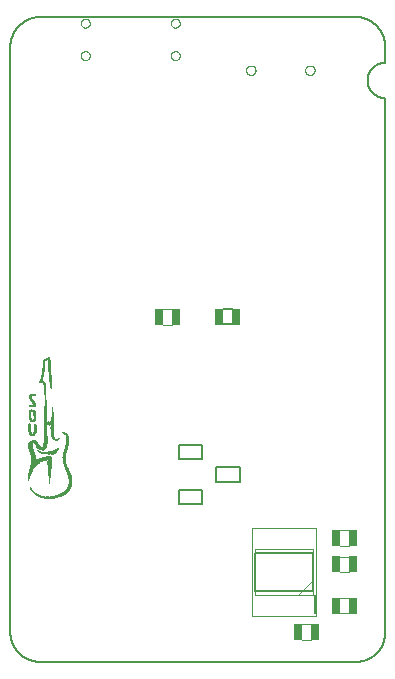
<source format=gbo>
G75*
%MOIN*%
%OFA0B0*%
%FSLAX25Y25*%
%IPPOS*%
%LPD*%
%AMOC8*
5,1,8,0,0,1.08239X$1,22.5*
%
%ADD10R,0.00111X0.01110*%
%ADD11R,0.00111X0.02670*%
%ADD12R,0.00111X0.01890*%
%ADD13R,0.00111X0.02560*%
%ADD14R,0.00112X0.02770*%
%ADD15R,0.00112X0.02450*%
%ADD16R,0.00112X0.03220*%
%ADD17R,0.00112X0.02440*%
%ADD18R,0.00112X0.00440*%
%ADD19R,0.00112X0.00670*%
%ADD20R,0.00111X0.02780*%
%ADD21R,0.00111X0.02890*%
%ADD22R,0.00111X0.03550*%
%ADD23R,0.00111X0.03110*%
%ADD24R,0.00111X0.00660*%
%ADD25R,0.00111X0.01340*%
%ADD26R,0.00111X0.02890*%
%ADD27R,0.00111X0.03330*%
%ADD28R,0.00111X0.03780*%
%ADD29R,0.00111X0.03340*%
%ADD30R,0.00111X0.01560*%
%ADD31R,0.00111X0.03000*%
%ADD32R,0.00111X0.03660*%
%ADD33R,0.00111X0.03890*%
%ADD34R,0.00111X0.03670*%
%ADD35R,0.00111X0.01890*%
%ADD36R,0.00111X0.00340*%
%ADD37R,0.00111X0.04000*%
%ADD38R,0.00111X0.02000*%
%ADD39R,0.00111X0.00450*%
%ADD40R,0.00111X0.04440*%
%ADD41R,0.00111X0.02220*%
%ADD42R,0.00111X0.03220*%
%ADD43R,0.00111X0.04770*%
%ADD44R,0.00111X0.01000*%
%ADD45R,0.00111X0.02330*%
%ADD46R,0.00111X0.00440*%
%ADD47R,0.00111X0.03440*%
%ADD48R,0.00111X0.05330*%
%ADD49R,0.00111X0.00890*%
%ADD50R,0.00111X0.00890*%
%ADD51R,0.00111X0.00780*%
%ADD52R,0.00111X0.00670*%
%ADD53R,0.00111X0.00550*%
%ADD54R,0.00111X0.10330*%
%ADD55R,0.00112X0.00550*%
%ADD56R,0.00112X0.10340*%
%ADD57R,0.00112X0.00780*%
%ADD58R,0.00112X0.00660*%
%ADD59R,0.00112X0.01110*%
%ADD60R,0.00112X0.00670*%
%ADD61R,0.00111X0.00670*%
%ADD62R,0.00111X0.08230*%
%ADD63R,0.00111X0.01230*%
%ADD64R,0.00111X0.07330*%
%ADD65R,0.00111X0.01120*%
%ADD66R,0.00111X0.06780*%
%ADD67R,0.00111X0.06220*%
%ADD68R,0.00111X0.05670*%
%ADD69R,0.00111X0.05110*%
%ADD70R,0.00111X0.00560*%
%ADD71R,0.00111X0.00770*%
%ADD72R,0.00111X0.04660*%
%ADD73R,0.00111X0.01770*%
%ADD74R,0.00111X0.04220*%
%ADD75R,0.00111X0.01550*%
%ADD76R,0.00112X0.03780*%
%ADD77R,0.00112X0.01340*%
%ADD78R,0.00112X0.03560*%
%ADD79R,0.00112X0.01440*%
%ADD80R,0.00111X0.03220*%
%ADD81R,0.00111X0.01440*%
%ADD82R,0.00111X0.03440*%
%ADD83R,0.00111X0.00110*%
%ADD84R,0.00111X0.01660*%
%ADD85R,0.00111X0.02670*%
%ADD86R,0.00111X0.00230*%
%ADD87R,0.00111X0.01780*%
%ADD88R,0.00111X0.02340*%
%ADD89R,0.00111X0.01670*%
%ADD90R,0.00111X0.01670*%
%ADD91R,0.00112X0.00890*%
%ADD92R,0.00112X0.01660*%
%ADD93R,0.00112X0.00220*%
%ADD94R,0.00112X0.01550*%
%ADD95R,0.00111X0.00220*%
%ADD96R,0.00111X0.01330*%
%ADD97R,0.00111X0.00330*%
%ADD98R,0.00111X0.00880*%
%ADD99R,0.00111X0.00440*%
%ADD100R,0.00112X0.01450*%
%ADD101R,0.00112X0.00560*%
%ADD102R,0.00112X0.01000*%
%ADD103R,0.00112X0.02000*%
%ADD104R,0.00111X0.02440*%
%ADD105R,0.00111X0.01450*%
%ADD106R,0.00111X0.02770*%
%ADD107R,0.00111X0.01220*%
%ADD108R,0.00111X0.03230*%
%ADD109R,0.00111X0.04890*%
%ADD110R,0.00111X0.02340*%
%ADD111R,0.00112X0.00890*%
%ADD112R,0.00112X0.08110*%
%ADD113R,0.00112X0.01670*%
%ADD114R,0.00112X0.03770*%
%ADD115R,0.00111X0.12230*%
%ADD116R,0.00111X0.14450*%
%ADD117R,0.00111X0.01440*%
%ADD118R,0.00111X0.22110*%
%ADD119R,0.00111X0.19890*%
%ADD120R,0.00111X0.18000*%
%ADD121R,0.00111X0.15890*%
%ADD122R,0.00111X0.12450*%
%ADD123R,0.00111X0.07890*%
%ADD124R,0.00112X0.02780*%
%ADD125R,0.00111X0.01340*%
%ADD126R,0.00111X0.04110*%
%ADD127R,0.00111X0.05440*%
%ADD128R,0.00111X0.06550*%
%ADD129R,0.00111X0.05000*%
%ADD130R,0.00111X0.07890*%
%ADD131R,0.00111X0.05890*%
%ADD132R,0.00111X0.09110*%
%ADD133R,0.00111X0.07110*%
%ADD134R,0.00111X0.08220*%
%ADD135R,0.00111X0.07670*%
%ADD136R,0.00112X0.07220*%
%ADD137R,0.00112X0.01330*%
%ADD138R,0.00112X0.07890*%
%ADD139R,0.00111X0.06110*%
%ADD140R,0.00111X0.07550*%
%ADD141R,0.00111X0.05220*%
%ADD142R,0.00111X0.06450*%
%ADD143R,0.00111X0.04670*%
%ADD144R,0.00111X0.05550*%
%ADD145R,0.00111X0.06770*%
%ADD146R,0.00111X0.09450*%
%ADD147R,0.00111X0.10560*%
%ADD148R,0.00111X0.10220*%
%ADD149R,0.00112X0.09000*%
%ADD150R,0.00111X0.02550*%
%ADD151R,0.00111X0.00220*%
%ADD152R,0.00112X0.01120*%
%ADD153R,0.00112X0.00110*%
%ADD154R,0.00111X0.04220*%
%ADD155R,0.00111X0.04890*%
%ADD156R,0.00111X0.06330*%
%ADD157R,0.00112X0.01220*%
%ADD158R,0.00112X0.07000*%
%ADD159R,0.00111X0.01220*%
%ADD160R,0.00111X0.03120*%
%ADD161R,0.00111X0.02220*%
%ADD162R,0.00111X0.05560*%
%ADD163R,0.00111X0.02230*%
%ADD164R,0.00111X0.04560*%
%ADD165R,0.00112X0.01780*%
%ADD166R,0.00112X0.03330*%
%ADD167R,0.00111X0.05340*%
%ADD168R,0.00111X0.04330*%
%ADD169R,0.00111X0.02110*%
%ADD170C,0.00000*%
%ADD171C,0.00600*%
%ADD172C,0.00400*%
%ADD173R,0.02953X0.05709*%
%ADD174R,0.02559X0.05512*%
%ADD175C,0.00197*%
%ADD176C,0.00394*%
%ADD177C,0.00787*%
D10*
X0017105Y0055632D03*
X0017327Y0055742D03*
X0017551Y0055852D03*
X0017884Y0056072D03*
X0018105Y0056182D03*
X0018327Y0056412D03*
X0014105Y0069632D03*
X0013995Y0069632D03*
X0013884Y0069632D03*
X0013773Y0069632D03*
X0014216Y0069742D03*
X0014327Y0069742D03*
X0014551Y0069852D03*
X0014662Y0069852D03*
X0014773Y0069852D03*
X0014884Y0069962D03*
X0014995Y0069962D03*
X0015105Y0070072D03*
X0015216Y0070182D03*
X0015327Y0070182D03*
X0015551Y0070412D03*
X0013327Y0069522D03*
X0013216Y0069522D03*
X0013105Y0069522D03*
X0012995Y0069522D03*
X0009884Y0071412D03*
X0007105Y0075852D03*
X0006216Y0072072D03*
X0007105Y0080742D03*
X0008551Y0085632D03*
X0007884Y0086522D03*
X0007773Y0086632D03*
X0007662Y0086742D03*
X0007327Y0087182D03*
X0010105Y0093522D03*
X0011327Y0092852D03*
X0012884Y0079522D03*
X0012995Y0079522D03*
D11*
X0006327Y0061742D03*
D12*
X0006327Y0072022D03*
D13*
X0006327Y0077907D03*
X0019551Y0073907D03*
X0019551Y0062907D03*
D14*
X0006439Y0062242D03*
D15*
X0006439Y0071962D03*
D16*
X0006439Y0077687D03*
D17*
X0006439Y0082187D03*
X0019439Y0063187D03*
D18*
X0006439Y0085297D03*
D19*
X0006439Y0088522D03*
X0018439Y0076072D03*
X0011439Y0069632D03*
D20*
X0006551Y0062687D03*
X0011551Y0091907D03*
D21*
X0006551Y0071852D03*
X0006884Y0063852D03*
X0018662Y0070852D03*
D22*
X0006551Y0077632D03*
D23*
X0008662Y0077632D03*
X0006551Y0082182D03*
D24*
X0007551Y0080407D03*
X0007662Y0080407D03*
X0007773Y0080407D03*
X0007773Y0085297D03*
X0007884Y0085297D03*
X0007662Y0085297D03*
X0007551Y0085297D03*
X0007327Y0085297D03*
X0007216Y0085297D03*
X0007105Y0085297D03*
X0006995Y0085297D03*
X0006884Y0085297D03*
X0006773Y0085297D03*
X0006662Y0085297D03*
X0006551Y0085297D03*
X0009995Y0093407D03*
X0010995Y0093187D03*
X0011105Y0093187D03*
X0014995Y0074187D03*
D25*
X0007216Y0087407D03*
X0006551Y0088407D03*
D26*
X0006662Y0063072D03*
D27*
X0006662Y0071742D03*
X0017884Y0067962D03*
D28*
X0013773Y0066297D03*
X0008216Y0077407D03*
X0006662Y0077517D03*
X0008327Y0082077D03*
D29*
X0006662Y0082187D03*
D30*
X0006662Y0088297D03*
X0013662Y0079517D03*
X0010884Y0067517D03*
X0010551Y0067407D03*
X0010327Y0067297D03*
X0010216Y0067297D03*
X0010105Y0067187D03*
X0009884Y0067077D03*
X0019216Y0057297D03*
D31*
X0020551Y0060467D03*
X0019662Y0062467D03*
X0006995Y0064127D03*
X0006773Y0063467D03*
D32*
X0006773Y0071687D03*
X0018884Y0071907D03*
D33*
X0006995Y0077242D03*
X0006773Y0077462D03*
X0006995Y0082132D03*
X0008216Y0082132D03*
X0011662Y0091132D03*
X0012884Y0099352D03*
D34*
X0006884Y0082132D03*
X0006773Y0082132D03*
X0008327Y0077462D03*
D35*
X0008105Y0076352D03*
X0007995Y0083132D03*
X0008105Y0085912D03*
X0006773Y0088242D03*
X0019551Y0057912D03*
D36*
X0006884Y0057907D03*
X0015662Y0073907D03*
X0015773Y0073907D03*
X0015884Y0073907D03*
D37*
X0019327Y0073737D03*
X0006884Y0071517D03*
X0006884Y0077407D03*
X0008105Y0082077D03*
D38*
X0007995Y0085967D03*
X0006884Y0088187D03*
D39*
X0008551Y0088852D03*
X0013662Y0077962D03*
X0015327Y0073962D03*
X0015551Y0073852D03*
X0010105Y0069962D03*
X0009995Y0069962D03*
X0006995Y0057742D03*
X0007105Y0057632D03*
X0012551Y0100962D03*
D40*
X0011327Y0098407D03*
X0006995Y0071407D03*
D41*
X0019105Y0063967D03*
X0006995Y0088077D03*
D42*
X0008551Y0082127D03*
X0007105Y0064467D03*
D43*
X0007105Y0071242D03*
D44*
X0007773Y0073357D03*
X0007884Y0073467D03*
X0007995Y0073467D03*
X0008105Y0073467D03*
X0008216Y0073357D03*
X0007995Y0075907D03*
X0010105Y0071237D03*
X0010216Y0071127D03*
X0010327Y0071127D03*
X0010551Y0071017D03*
X0010884Y0071017D03*
X0012773Y0069577D03*
X0012884Y0069577D03*
X0013551Y0069577D03*
X0013662Y0069577D03*
X0015662Y0070467D03*
X0015773Y0070577D03*
X0014773Y0074467D03*
X0018773Y0075687D03*
X0019662Y0073907D03*
X0012773Y0079467D03*
X0012662Y0079467D03*
X0012551Y0079467D03*
X0007105Y0083577D03*
X0007551Y0086907D03*
X0011551Y0054797D03*
X0011662Y0054797D03*
X0012216Y0054687D03*
X0012327Y0054687D03*
X0012551Y0054687D03*
X0012662Y0054687D03*
X0012773Y0054687D03*
X0012884Y0054687D03*
X0013662Y0054687D03*
X0013773Y0054687D03*
X0013884Y0054687D03*
X0013995Y0054687D03*
X0014105Y0054687D03*
X0014551Y0054797D03*
X0014662Y0054797D03*
X0014773Y0054797D03*
X0015105Y0054907D03*
X0015216Y0054907D03*
X0015551Y0055017D03*
X0015662Y0055017D03*
X0015884Y0055127D03*
X0015995Y0055127D03*
X0016216Y0055237D03*
X0016327Y0055237D03*
X0016551Y0055357D03*
X0016773Y0055467D03*
X0016995Y0055577D03*
X0017216Y0055687D03*
X0017662Y0055907D03*
X0017773Y0056017D03*
X0017995Y0056127D03*
D45*
X0019327Y0063462D03*
X0018884Y0064572D03*
X0017773Y0068022D03*
X0008662Y0066572D03*
X0007105Y0088022D03*
X0012773Y0100132D03*
D46*
X0012216Y0084517D03*
X0014551Y0080077D03*
X0018216Y0076187D03*
X0009773Y0070077D03*
X0007216Y0057407D03*
D47*
X0007216Y0064797D03*
D48*
X0007216Y0071072D03*
X0011105Y0097742D03*
D49*
X0007884Y0075742D03*
X0007216Y0075742D03*
X0010662Y0070962D03*
X0010773Y0070962D03*
X0015884Y0070632D03*
X0016662Y0055412D03*
X0016105Y0055182D03*
X0015327Y0054962D03*
X0014995Y0054852D03*
X0014884Y0054852D03*
X0014327Y0054742D03*
X0014216Y0054742D03*
X0013551Y0054632D03*
X0013327Y0054632D03*
X0013216Y0054632D03*
X0013105Y0054632D03*
X0012995Y0054632D03*
X0012105Y0054742D03*
X0011995Y0054742D03*
X0011884Y0054742D03*
X0011773Y0054742D03*
X0011327Y0054852D03*
X0011216Y0054852D03*
X0011105Y0054852D03*
X0010995Y0054962D03*
X0010884Y0054962D03*
X0010773Y0054962D03*
X0010662Y0054962D03*
X0010216Y0055182D03*
X0010105Y0055182D03*
X0009662Y0055412D03*
X0009216Y0055632D03*
X0008995Y0055742D03*
X0008662Y0055962D03*
D50*
X0010327Y0055072D03*
X0010551Y0055072D03*
X0015773Y0055072D03*
X0016884Y0055522D03*
X0012662Y0069522D03*
X0012551Y0069522D03*
X0012327Y0069522D03*
X0012216Y0069522D03*
X0012105Y0069522D03*
X0007995Y0080522D03*
X0007216Y0080522D03*
D51*
X0007327Y0080467D03*
X0007884Y0080467D03*
X0007884Y0083797D03*
X0007773Y0083797D03*
X0007662Y0083797D03*
X0007551Y0083797D03*
X0007327Y0083797D03*
X0007216Y0083797D03*
X0008662Y0085577D03*
X0011216Y0093017D03*
X0018662Y0075907D03*
X0015995Y0070687D03*
X0011995Y0069577D03*
X0011884Y0069577D03*
X0011773Y0069577D03*
X0011662Y0069577D03*
X0011551Y0069577D03*
X0011216Y0069687D03*
X0011105Y0069687D03*
X0007773Y0075687D03*
X0007551Y0075577D03*
X0007327Y0075577D03*
X0007995Y0056577D03*
X0008105Y0056467D03*
X0008551Y0056017D03*
X0008773Y0055907D03*
X0008884Y0055797D03*
X0009105Y0055687D03*
X0009327Y0055577D03*
X0009551Y0055467D03*
D52*
X0007773Y0056742D03*
X0007662Y0056852D03*
X0010773Y0069742D03*
X0010884Y0069742D03*
X0010995Y0069742D03*
X0008327Y0088852D03*
X0008216Y0088852D03*
X0008105Y0088852D03*
X0007995Y0088852D03*
X0007884Y0088852D03*
X0007773Y0088852D03*
X0007662Y0088852D03*
X0007551Y0088852D03*
X0007327Y0088852D03*
X0007216Y0088852D03*
X0012105Y0100742D03*
D53*
X0010884Y0093242D03*
X0010773Y0093242D03*
X0018327Y0076132D03*
X0007327Y0057242D03*
D54*
X0007327Y0068572D03*
D55*
X0007439Y0057132D03*
D56*
X0007439Y0068687D03*
D57*
X0007439Y0075577D03*
X0007439Y0083797D03*
X0008439Y0056127D03*
D58*
X0007439Y0080407D03*
X0007439Y0085297D03*
D59*
X0007439Y0087072D03*
X0014439Y0069742D03*
D60*
X0008439Y0088852D03*
X0007439Y0088852D03*
D61*
X0011662Y0100522D03*
X0011884Y0100632D03*
X0018551Y0075962D03*
X0015105Y0074072D03*
X0011327Y0069632D03*
X0007662Y0075632D03*
X0007551Y0056962D03*
X0007884Y0056632D03*
D62*
X0007551Y0067852D03*
D63*
X0007551Y0073242D03*
X0008327Y0073242D03*
D64*
X0007662Y0067632D03*
D65*
X0009995Y0071297D03*
X0007662Y0073297D03*
X0018216Y0056297D03*
D66*
X0007773Y0067577D03*
D67*
X0007884Y0067517D03*
D68*
X0007995Y0067462D03*
X0019995Y0060462D03*
D69*
X0019105Y0073412D03*
X0008105Y0067412D03*
D70*
X0010216Y0069907D03*
X0010327Y0069907D03*
X0010551Y0069797D03*
X0010662Y0069797D03*
X0016105Y0070907D03*
X0015216Y0074017D03*
X0008105Y0078797D03*
X0011773Y0100577D03*
X0011995Y0100687D03*
X0012216Y0100797D03*
X0012327Y0100907D03*
X0012662Y0101017D03*
D71*
X0008216Y0056352D03*
X0008327Y0056242D03*
X0009773Y0055352D03*
X0009995Y0055242D03*
D72*
X0008216Y0067297D03*
X0013773Y0093407D03*
D73*
X0008216Y0085852D03*
X0009327Y0066742D03*
D74*
X0008327Y0067187D03*
D75*
X0009662Y0066962D03*
X0011216Y0067632D03*
X0011662Y0067742D03*
X0012216Y0067852D03*
X0012327Y0067852D03*
X0012662Y0067852D03*
X0008327Y0085742D03*
D76*
X0008439Y0067077D03*
X0020439Y0060407D03*
D77*
X0008439Y0073187D03*
D78*
X0008439Y0077517D03*
X0008439Y0082077D03*
D79*
X0008439Y0085687D03*
X0012439Y0067907D03*
X0011439Y0067687D03*
D80*
X0008551Y0066907D03*
D81*
X0010995Y0067577D03*
X0011105Y0067577D03*
X0011327Y0067687D03*
X0011551Y0067687D03*
X0012551Y0067907D03*
X0008551Y0073017D03*
X0014662Y0074687D03*
X0018995Y0057017D03*
X0010216Y0093687D03*
D82*
X0008551Y0077577D03*
D83*
X0009105Y0070352D03*
X0009216Y0070242D03*
X0009327Y0070242D03*
X0008662Y0067912D03*
X0016327Y0074352D03*
X0017551Y0076462D03*
D84*
X0009551Y0066907D03*
X0009216Y0066687D03*
X0008773Y0072797D03*
X0008662Y0072907D03*
X0010327Y0093797D03*
X0011551Y0099907D03*
D85*
X0010884Y0095522D03*
X0008662Y0082072D03*
X0018551Y0065522D03*
D86*
X0008662Y0088852D03*
D87*
X0008884Y0072627D03*
X0011216Y0071407D03*
X0008995Y0066517D03*
X0008884Y0066407D03*
X0008773Y0066407D03*
D88*
X0008773Y0077797D03*
X0018773Y0064797D03*
D89*
X0013884Y0066462D03*
X0009995Y0067132D03*
X0009773Y0067022D03*
X0009105Y0066572D03*
X0009327Y0072022D03*
X0009216Y0072132D03*
X0008995Y0072462D03*
X0019327Y0057462D03*
D90*
X0018884Y0075352D03*
X0009105Y0072352D03*
D91*
X0012439Y0069522D03*
X0009439Y0055522D03*
X0010439Y0055072D03*
D92*
X0009439Y0066797D03*
D93*
X0009439Y0070187D03*
D94*
X0009439Y0071852D03*
D95*
X0009551Y0070187D03*
X0016216Y0074187D03*
X0017662Y0076407D03*
D96*
X0013551Y0079522D03*
X0009551Y0071742D03*
X0009662Y0071632D03*
X0009773Y0071522D03*
X0018884Y0056852D03*
D97*
X0017662Y0068132D03*
X0015995Y0074022D03*
X0017773Y0076352D03*
X0017884Y0076352D03*
X0018105Y0076242D03*
X0014551Y0077242D03*
X0009884Y0070022D03*
X0009662Y0070132D03*
D98*
X0014884Y0074297D03*
X0009884Y0055297D03*
D99*
X0017995Y0076297D03*
X0009884Y0093297D03*
D100*
X0010439Y0067352D03*
D101*
X0010439Y0069797D03*
X0015439Y0073907D03*
X0012439Y0100907D03*
D102*
X0012439Y0079467D03*
X0010439Y0071017D03*
X0013439Y0069577D03*
X0017439Y0055797D03*
X0016439Y0055357D03*
X0012439Y0054687D03*
D103*
X0010439Y0093967D03*
D104*
X0010551Y0094187D03*
X0010773Y0095077D03*
X0018662Y0065187D03*
D105*
X0019105Y0057132D03*
X0010773Y0067462D03*
X0010662Y0067462D03*
X0011105Y0071242D03*
D106*
X0010662Y0094352D03*
D107*
X0013105Y0079467D03*
X0013216Y0079467D03*
X0013327Y0079467D03*
X0010995Y0071127D03*
X0018551Y0056577D03*
D108*
X0018551Y0070352D03*
X0010995Y0096242D03*
D109*
X0011216Y0098072D03*
D110*
X0011327Y0071687D03*
D111*
X0011439Y0054852D03*
X0013439Y0054632D03*
X0014439Y0054742D03*
X0015439Y0054962D03*
D112*
X0011439Y0074682D03*
D113*
X0011439Y0092462D03*
D114*
X0011439Y0098742D03*
D115*
X0011551Y0076742D03*
D116*
X0011662Y0077962D03*
D117*
X0011773Y0067797D03*
X0011884Y0067797D03*
X0011995Y0067797D03*
X0012105Y0067797D03*
D118*
X0011773Y0081912D03*
D119*
X0011884Y0080912D03*
D120*
X0011995Y0080077D03*
D121*
X0012105Y0079242D03*
D122*
X0012216Y0077852D03*
D123*
X0012327Y0076022D03*
D124*
X0012439Y0074017D03*
D125*
X0012662Y0066297D03*
D126*
X0012773Y0066572D03*
D127*
X0012884Y0065907D03*
D128*
X0012995Y0065352D03*
X0019773Y0060462D03*
D129*
X0012995Y0098907D03*
D130*
X0013105Y0064682D03*
D131*
X0013105Y0098462D03*
D132*
X0013216Y0064072D03*
D133*
X0013216Y0097852D03*
D134*
X0013327Y0064517D03*
D135*
X0013327Y0097352D03*
D136*
X0013439Y0065017D03*
D137*
X0013439Y0079522D03*
D138*
X0013439Y0096682D03*
D139*
X0013551Y0065462D03*
X0019884Y0060462D03*
D140*
X0013551Y0095852D03*
D141*
X0013662Y0065907D03*
D142*
X0013662Y0094632D03*
D143*
X0013773Y0078072D03*
D144*
X0013884Y0077962D03*
X0018216Y0067962D03*
D145*
X0013995Y0078242D03*
D146*
X0014105Y0079352D03*
D147*
X0014216Y0079687D03*
D148*
X0014327Y0079407D03*
D149*
X0014439Y0078687D03*
D150*
X0014551Y0075352D03*
D151*
X0016105Y0074077D03*
X0014551Y0078627D03*
D152*
X0015439Y0070297D03*
D153*
X0016439Y0074462D03*
D154*
X0017995Y0067967D03*
D155*
X0018105Y0067962D03*
X0020216Y0060412D03*
D156*
X0018327Y0068022D03*
D157*
X0018439Y0056467D03*
D158*
X0018439Y0068017D03*
D159*
X0018773Y0056797D03*
X0018662Y0056687D03*
D160*
X0018773Y0071297D03*
D161*
X0018995Y0064297D03*
X0019662Y0058187D03*
D162*
X0018995Y0073297D03*
D163*
X0019216Y0063742D03*
D164*
X0019216Y0073577D03*
D165*
X0019439Y0057627D03*
D166*
X0019439Y0073742D03*
D167*
X0020105Y0060407D03*
D168*
X0020327Y0060462D03*
D169*
X0020662Y0060462D03*
D170*
X0078582Y0197217D02*
X0078584Y0197296D01*
X0078590Y0197375D01*
X0078600Y0197454D01*
X0078614Y0197532D01*
X0078631Y0197609D01*
X0078653Y0197685D01*
X0078678Y0197760D01*
X0078708Y0197833D01*
X0078740Y0197905D01*
X0078777Y0197976D01*
X0078817Y0198044D01*
X0078860Y0198110D01*
X0078906Y0198174D01*
X0078956Y0198236D01*
X0079009Y0198295D01*
X0079064Y0198351D01*
X0079123Y0198405D01*
X0079184Y0198455D01*
X0079247Y0198503D01*
X0079313Y0198547D01*
X0079381Y0198588D01*
X0079451Y0198625D01*
X0079522Y0198659D01*
X0079596Y0198689D01*
X0079670Y0198715D01*
X0079746Y0198737D01*
X0079823Y0198756D01*
X0079901Y0198771D01*
X0079979Y0198782D01*
X0080058Y0198789D01*
X0080137Y0198792D01*
X0080216Y0198791D01*
X0080295Y0198786D01*
X0080374Y0198777D01*
X0080452Y0198764D01*
X0080529Y0198747D01*
X0080606Y0198727D01*
X0080681Y0198702D01*
X0080755Y0198674D01*
X0080828Y0198642D01*
X0080898Y0198607D01*
X0080967Y0198568D01*
X0081034Y0198525D01*
X0081099Y0198479D01*
X0081161Y0198431D01*
X0081221Y0198379D01*
X0081278Y0198324D01*
X0081332Y0198266D01*
X0081383Y0198206D01*
X0081431Y0198143D01*
X0081476Y0198078D01*
X0081518Y0198010D01*
X0081556Y0197941D01*
X0081590Y0197870D01*
X0081621Y0197797D01*
X0081649Y0197722D01*
X0081672Y0197647D01*
X0081692Y0197570D01*
X0081708Y0197493D01*
X0081720Y0197414D01*
X0081728Y0197336D01*
X0081732Y0197257D01*
X0081732Y0197177D01*
X0081728Y0197098D01*
X0081720Y0197020D01*
X0081708Y0196941D01*
X0081692Y0196864D01*
X0081672Y0196787D01*
X0081649Y0196712D01*
X0081621Y0196637D01*
X0081590Y0196564D01*
X0081556Y0196493D01*
X0081518Y0196424D01*
X0081476Y0196356D01*
X0081431Y0196291D01*
X0081383Y0196228D01*
X0081332Y0196168D01*
X0081278Y0196110D01*
X0081221Y0196055D01*
X0081161Y0196003D01*
X0081099Y0195955D01*
X0081034Y0195909D01*
X0080967Y0195866D01*
X0080898Y0195827D01*
X0080828Y0195792D01*
X0080755Y0195760D01*
X0080681Y0195732D01*
X0080606Y0195707D01*
X0080529Y0195687D01*
X0080452Y0195670D01*
X0080374Y0195657D01*
X0080295Y0195648D01*
X0080216Y0195643D01*
X0080137Y0195642D01*
X0080058Y0195645D01*
X0079979Y0195652D01*
X0079901Y0195663D01*
X0079823Y0195678D01*
X0079746Y0195697D01*
X0079670Y0195719D01*
X0079596Y0195745D01*
X0079522Y0195775D01*
X0079451Y0195809D01*
X0079381Y0195846D01*
X0079313Y0195887D01*
X0079247Y0195931D01*
X0079184Y0195979D01*
X0079123Y0196029D01*
X0079064Y0196083D01*
X0079009Y0196139D01*
X0078956Y0196198D01*
X0078906Y0196260D01*
X0078860Y0196324D01*
X0078817Y0196390D01*
X0078777Y0196458D01*
X0078740Y0196529D01*
X0078708Y0196601D01*
X0078678Y0196674D01*
X0078653Y0196749D01*
X0078631Y0196825D01*
X0078614Y0196902D01*
X0078600Y0196980D01*
X0078590Y0197059D01*
X0078584Y0197138D01*
X0078582Y0197217D01*
X0098268Y0197217D02*
X0098270Y0197296D01*
X0098276Y0197375D01*
X0098286Y0197454D01*
X0098300Y0197532D01*
X0098317Y0197609D01*
X0098339Y0197685D01*
X0098364Y0197760D01*
X0098394Y0197833D01*
X0098426Y0197905D01*
X0098463Y0197976D01*
X0098503Y0198044D01*
X0098546Y0198110D01*
X0098592Y0198174D01*
X0098642Y0198236D01*
X0098695Y0198295D01*
X0098750Y0198351D01*
X0098809Y0198405D01*
X0098870Y0198455D01*
X0098933Y0198503D01*
X0098999Y0198547D01*
X0099067Y0198588D01*
X0099137Y0198625D01*
X0099208Y0198659D01*
X0099282Y0198689D01*
X0099356Y0198715D01*
X0099432Y0198737D01*
X0099509Y0198756D01*
X0099587Y0198771D01*
X0099665Y0198782D01*
X0099744Y0198789D01*
X0099823Y0198792D01*
X0099902Y0198791D01*
X0099981Y0198786D01*
X0100060Y0198777D01*
X0100138Y0198764D01*
X0100215Y0198747D01*
X0100292Y0198727D01*
X0100367Y0198702D01*
X0100441Y0198674D01*
X0100514Y0198642D01*
X0100584Y0198607D01*
X0100653Y0198568D01*
X0100720Y0198525D01*
X0100785Y0198479D01*
X0100847Y0198431D01*
X0100907Y0198379D01*
X0100964Y0198324D01*
X0101018Y0198266D01*
X0101069Y0198206D01*
X0101117Y0198143D01*
X0101162Y0198078D01*
X0101204Y0198010D01*
X0101242Y0197941D01*
X0101276Y0197870D01*
X0101307Y0197797D01*
X0101335Y0197722D01*
X0101358Y0197647D01*
X0101378Y0197570D01*
X0101394Y0197493D01*
X0101406Y0197414D01*
X0101414Y0197336D01*
X0101418Y0197257D01*
X0101418Y0197177D01*
X0101414Y0197098D01*
X0101406Y0197020D01*
X0101394Y0196941D01*
X0101378Y0196864D01*
X0101358Y0196787D01*
X0101335Y0196712D01*
X0101307Y0196637D01*
X0101276Y0196564D01*
X0101242Y0196493D01*
X0101204Y0196424D01*
X0101162Y0196356D01*
X0101117Y0196291D01*
X0101069Y0196228D01*
X0101018Y0196168D01*
X0100964Y0196110D01*
X0100907Y0196055D01*
X0100847Y0196003D01*
X0100785Y0195955D01*
X0100720Y0195909D01*
X0100653Y0195866D01*
X0100584Y0195827D01*
X0100514Y0195792D01*
X0100441Y0195760D01*
X0100367Y0195732D01*
X0100292Y0195707D01*
X0100215Y0195687D01*
X0100138Y0195670D01*
X0100060Y0195657D01*
X0099981Y0195648D01*
X0099902Y0195643D01*
X0099823Y0195642D01*
X0099744Y0195645D01*
X0099665Y0195652D01*
X0099587Y0195663D01*
X0099509Y0195678D01*
X0099432Y0195697D01*
X0099356Y0195719D01*
X0099282Y0195745D01*
X0099208Y0195775D01*
X0099137Y0195809D01*
X0099067Y0195846D01*
X0098999Y0195887D01*
X0098933Y0195931D01*
X0098870Y0195979D01*
X0098809Y0196029D01*
X0098750Y0196083D01*
X0098695Y0196139D01*
X0098642Y0196198D01*
X0098592Y0196260D01*
X0098546Y0196324D01*
X0098503Y0196390D01*
X0098463Y0196458D01*
X0098426Y0196529D01*
X0098394Y0196601D01*
X0098364Y0196674D01*
X0098339Y0196749D01*
X0098317Y0196825D01*
X0098300Y0196902D01*
X0098286Y0196980D01*
X0098276Y0197059D01*
X0098270Y0197138D01*
X0098268Y0197217D01*
X0053524Y0202087D02*
X0053526Y0202164D01*
X0053532Y0202240D01*
X0053542Y0202316D01*
X0053556Y0202391D01*
X0053573Y0202466D01*
X0053595Y0202539D01*
X0053620Y0202612D01*
X0053650Y0202683D01*
X0053682Y0202752D01*
X0053719Y0202819D01*
X0053758Y0202885D01*
X0053801Y0202948D01*
X0053848Y0203009D01*
X0053897Y0203068D01*
X0053950Y0203124D01*
X0054005Y0203177D01*
X0054063Y0203227D01*
X0054123Y0203274D01*
X0054186Y0203318D01*
X0054251Y0203359D01*
X0054318Y0203396D01*
X0054387Y0203430D01*
X0054457Y0203460D01*
X0054529Y0203486D01*
X0054603Y0203508D01*
X0054677Y0203527D01*
X0054752Y0203542D01*
X0054828Y0203553D01*
X0054904Y0203560D01*
X0054981Y0203563D01*
X0055057Y0203562D01*
X0055134Y0203557D01*
X0055210Y0203548D01*
X0055286Y0203535D01*
X0055360Y0203518D01*
X0055434Y0203498D01*
X0055507Y0203473D01*
X0055578Y0203445D01*
X0055648Y0203413D01*
X0055716Y0203378D01*
X0055782Y0203339D01*
X0055846Y0203297D01*
X0055907Y0203251D01*
X0055967Y0203202D01*
X0056023Y0203151D01*
X0056077Y0203096D01*
X0056128Y0203039D01*
X0056176Y0202979D01*
X0056221Y0202917D01*
X0056262Y0202852D01*
X0056300Y0202786D01*
X0056335Y0202718D01*
X0056365Y0202647D01*
X0056393Y0202576D01*
X0056416Y0202503D01*
X0056436Y0202429D01*
X0056452Y0202354D01*
X0056464Y0202278D01*
X0056472Y0202202D01*
X0056476Y0202125D01*
X0056476Y0202049D01*
X0056472Y0201972D01*
X0056464Y0201896D01*
X0056452Y0201820D01*
X0056436Y0201745D01*
X0056416Y0201671D01*
X0056393Y0201598D01*
X0056365Y0201527D01*
X0056335Y0201456D01*
X0056300Y0201388D01*
X0056262Y0201322D01*
X0056221Y0201257D01*
X0056176Y0201195D01*
X0056128Y0201135D01*
X0056077Y0201078D01*
X0056023Y0201023D01*
X0055967Y0200972D01*
X0055907Y0200923D01*
X0055846Y0200877D01*
X0055782Y0200835D01*
X0055716Y0200796D01*
X0055648Y0200761D01*
X0055578Y0200729D01*
X0055507Y0200701D01*
X0055434Y0200676D01*
X0055360Y0200656D01*
X0055286Y0200639D01*
X0055210Y0200626D01*
X0055134Y0200617D01*
X0055057Y0200612D01*
X0054981Y0200611D01*
X0054904Y0200614D01*
X0054828Y0200621D01*
X0054752Y0200632D01*
X0054677Y0200647D01*
X0054603Y0200666D01*
X0054529Y0200688D01*
X0054457Y0200714D01*
X0054387Y0200744D01*
X0054318Y0200778D01*
X0054251Y0200815D01*
X0054186Y0200856D01*
X0054123Y0200900D01*
X0054063Y0200947D01*
X0054005Y0200997D01*
X0053950Y0201050D01*
X0053897Y0201106D01*
X0053848Y0201165D01*
X0053801Y0201226D01*
X0053758Y0201289D01*
X0053719Y0201355D01*
X0053682Y0201422D01*
X0053650Y0201491D01*
X0053620Y0201562D01*
X0053595Y0201635D01*
X0053573Y0201708D01*
X0053556Y0201783D01*
X0053542Y0201858D01*
X0053532Y0201934D01*
X0053526Y0202010D01*
X0053524Y0202087D01*
X0053526Y0202164D01*
X0053532Y0202240D01*
X0053542Y0202316D01*
X0053556Y0202391D01*
X0053573Y0202466D01*
X0053595Y0202539D01*
X0053620Y0202612D01*
X0053650Y0202683D01*
X0053682Y0202752D01*
X0053719Y0202819D01*
X0053758Y0202885D01*
X0053801Y0202948D01*
X0053848Y0203009D01*
X0053897Y0203068D01*
X0053950Y0203124D01*
X0054005Y0203177D01*
X0054063Y0203227D01*
X0054123Y0203274D01*
X0054186Y0203318D01*
X0054251Y0203359D01*
X0054318Y0203396D01*
X0054387Y0203430D01*
X0054457Y0203460D01*
X0054529Y0203486D01*
X0054603Y0203508D01*
X0054677Y0203527D01*
X0054752Y0203542D01*
X0054828Y0203553D01*
X0054904Y0203560D01*
X0054981Y0203563D01*
X0055057Y0203562D01*
X0055134Y0203557D01*
X0055210Y0203548D01*
X0055286Y0203535D01*
X0055360Y0203518D01*
X0055434Y0203498D01*
X0055507Y0203473D01*
X0055578Y0203445D01*
X0055648Y0203413D01*
X0055716Y0203378D01*
X0055782Y0203339D01*
X0055846Y0203297D01*
X0055907Y0203251D01*
X0055967Y0203202D01*
X0056023Y0203151D01*
X0056077Y0203096D01*
X0056128Y0203039D01*
X0056176Y0202979D01*
X0056221Y0202917D01*
X0056262Y0202852D01*
X0056300Y0202786D01*
X0056335Y0202718D01*
X0056365Y0202647D01*
X0056393Y0202576D01*
X0056416Y0202503D01*
X0056436Y0202429D01*
X0056452Y0202354D01*
X0056464Y0202278D01*
X0056472Y0202202D01*
X0056476Y0202125D01*
X0056476Y0202049D01*
X0056472Y0201972D01*
X0056464Y0201896D01*
X0056452Y0201820D01*
X0056436Y0201745D01*
X0056416Y0201671D01*
X0056393Y0201598D01*
X0056365Y0201527D01*
X0056335Y0201456D01*
X0056300Y0201388D01*
X0056262Y0201322D01*
X0056221Y0201257D01*
X0056176Y0201195D01*
X0056128Y0201135D01*
X0056077Y0201078D01*
X0056023Y0201023D01*
X0055967Y0200972D01*
X0055907Y0200923D01*
X0055846Y0200877D01*
X0055782Y0200835D01*
X0055716Y0200796D01*
X0055648Y0200761D01*
X0055578Y0200729D01*
X0055507Y0200701D01*
X0055434Y0200676D01*
X0055360Y0200656D01*
X0055286Y0200639D01*
X0055210Y0200626D01*
X0055134Y0200617D01*
X0055057Y0200612D01*
X0054981Y0200611D01*
X0054904Y0200614D01*
X0054828Y0200621D01*
X0054752Y0200632D01*
X0054677Y0200647D01*
X0054603Y0200666D01*
X0054529Y0200688D01*
X0054457Y0200714D01*
X0054387Y0200744D01*
X0054318Y0200778D01*
X0054251Y0200815D01*
X0054186Y0200856D01*
X0054123Y0200900D01*
X0054063Y0200947D01*
X0054005Y0200997D01*
X0053950Y0201050D01*
X0053897Y0201106D01*
X0053848Y0201165D01*
X0053801Y0201226D01*
X0053758Y0201289D01*
X0053719Y0201355D01*
X0053682Y0201422D01*
X0053650Y0201491D01*
X0053620Y0201562D01*
X0053595Y0201635D01*
X0053573Y0201708D01*
X0053556Y0201783D01*
X0053542Y0201858D01*
X0053532Y0201934D01*
X0053526Y0202010D01*
X0053524Y0202087D01*
X0053524Y0212913D02*
X0053526Y0212990D01*
X0053532Y0213066D01*
X0053542Y0213142D01*
X0053556Y0213217D01*
X0053573Y0213292D01*
X0053595Y0213365D01*
X0053620Y0213438D01*
X0053650Y0213509D01*
X0053682Y0213578D01*
X0053719Y0213645D01*
X0053758Y0213711D01*
X0053801Y0213774D01*
X0053848Y0213835D01*
X0053897Y0213894D01*
X0053950Y0213950D01*
X0054005Y0214003D01*
X0054063Y0214053D01*
X0054123Y0214100D01*
X0054186Y0214144D01*
X0054251Y0214185D01*
X0054318Y0214222D01*
X0054387Y0214256D01*
X0054457Y0214286D01*
X0054529Y0214312D01*
X0054603Y0214334D01*
X0054677Y0214353D01*
X0054752Y0214368D01*
X0054828Y0214379D01*
X0054904Y0214386D01*
X0054981Y0214389D01*
X0055057Y0214388D01*
X0055134Y0214383D01*
X0055210Y0214374D01*
X0055286Y0214361D01*
X0055360Y0214344D01*
X0055434Y0214324D01*
X0055507Y0214299D01*
X0055578Y0214271D01*
X0055648Y0214239D01*
X0055716Y0214204D01*
X0055782Y0214165D01*
X0055846Y0214123D01*
X0055907Y0214077D01*
X0055967Y0214028D01*
X0056023Y0213977D01*
X0056077Y0213922D01*
X0056128Y0213865D01*
X0056176Y0213805D01*
X0056221Y0213743D01*
X0056262Y0213678D01*
X0056300Y0213612D01*
X0056335Y0213544D01*
X0056365Y0213473D01*
X0056393Y0213402D01*
X0056416Y0213329D01*
X0056436Y0213255D01*
X0056452Y0213180D01*
X0056464Y0213104D01*
X0056472Y0213028D01*
X0056476Y0212951D01*
X0056476Y0212875D01*
X0056472Y0212798D01*
X0056464Y0212722D01*
X0056452Y0212646D01*
X0056436Y0212571D01*
X0056416Y0212497D01*
X0056393Y0212424D01*
X0056365Y0212353D01*
X0056335Y0212282D01*
X0056300Y0212214D01*
X0056262Y0212148D01*
X0056221Y0212083D01*
X0056176Y0212021D01*
X0056128Y0211961D01*
X0056077Y0211904D01*
X0056023Y0211849D01*
X0055967Y0211798D01*
X0055907Y0211749D01*
X0055846Y0211703D01*
X0055782Y0211661D01*
X0055716Y0211622D01*
X0055648Y0211587D01*
X0055578Y0211555D01*
X0055507Y0211527D01*
X0055434Y0211502D01*
X0055360Y0211482D01*
X0055286Y0211465D01*
X0055210Y0211452D01*
X0055134Y0211443D01*
X0055057Y0211438D01*
X0054981Y0211437D01*
X0054904Y0211440D01*
X0054828Y0211447D01*
X0054752Y0211458D01*
X0054677Y0211473D01*
X0054603Y0211492D01*
X0054529Y0211514D01*
X0054457Y0211540D01*
X0054387Y0211570D01*
X0054318Y0211604D01*
X0054251Y0211641D01*
X0054186Y0211682D01*
X0054123Y0211726D01*
X0054063Y0211773D01*
X0054005Y0211823D01*
X0053950Y0211876D01*
X0053897Y0211932D01*
X0053848Y0211991D01*
X0053801Y0212052D01*
X0053758Y0212115D01*
X0053719Y0212181D01*
X0053682Y0212248D01*
X0053650Y0212317D01*
X0053620Y0212388D01*
X0053595Y0212461D01*
X0053573Y0212534D01*
X0053556Y0212609D01*
X0053542Y0212684D01*
X0053532Y0212760D01*
X0053526Y0212836D01*
X0053524Y0212913D01*
X0053526Y0212990D01*
X0053532Y0213066D01*
X0053542Y0213142D01*
X0053556Y0213217D01*
X0053573Y0213292D01*
X0053595Y0213365D01*
X0053620Y0213438D01*
X0053650Y0213509D01*
X0053682Y0213578D01*
X0053719Y0213645D01*
X0053758Y0213711D01*
X0053801Y0213774D01*
X0053848Y0213835D01*
X0053897Y0213894D01*
X0053950Y0213950D01*
X0054005Y0214003D01*
X0054063Y0214053D01*
X0054123Y0214100D01*
X0054186Y0214144D01*
X0054251Y0214185D01*
X0054318Y0214222D01*
X0054387Y0214256D01*
X0054457Y0214286D01*
X0054529Y0214312D01*
X0054603Y0214334D01*
X0054677Y0214353D01*
X0054752Y0214368D01*
X0054828Y0214379D01*
X0054904Y0214386D01*
X0054981Y0214389D01*
X0055057Y0214388D01*
X0055134Y0214383D01*
X0055210Y0214374D01*
X0055286Y0214361D01*
X0055360Y0214344D01*
X0055434Y0214324D01*
X0055507Y0214299D01*
X0055578Y0214271D01*
X0055648Y0214239D01*
X0055716Y0214204D01*
X0055782Y0214165D01*
X0055846Y0214123D01*
X0055907Y0214077D01*
X0055967Y0214028D01*
X0056023Y0213977D01*
X0056077Y0213922D01*
X0056128Y0213865D01*
X0056176Y0213805D01*
X0056221Y0213743D01*
X0056262Y0213678D01*
X0056300Y0213612D01*
X0056335Y0213544D01*
X0056365Y0213473D01*
X0056393Y0213402D01*
X0056416Y0213329D01*
X0056436Y0213255D01*
X0056452Y0213180D01*
X0056464Y0213104D01*
X0056472Y0213028D01*
X0056476Y0212951D01*
X0056476Y0212875D01*
X0056472Y0212798D01*
X0056464Y0212722D01*
X0056452Y0212646D01*
X0056436Y0212571D01*
X0056416Y0212497D01*
X0056393Y0212424D01*
X0056365Y0212353D01*
X0056335Y0212282D01*
X0056300Y0212214D01*
X0056262Y0212148D01*
X0056221Y0212083D01*
X0056176Y0212021D01*
X0056128Y0211961D01*
X0056077Y0211904D01*
X0056023Y0211849D01*
X0055967Y0211798D01*
X0055907Y0211749D01*
X0055846Y0211703D01*
X0055782Y0211661D01*
X0055716Y0211622D01*
X0055648Y0211587D01*
X0055578Y0211555D01*
X0055507Y0211527D01*
X0055434Y0211502D01*
X0055360Y0211482D01*
X0055286Y0211465D01*
X0055210Y0211452D01*
X0055134Y0211443D01*
X0055057Y0211438D01*
X0054981Y0211437D01*
X0054904Y0211440D01*
X0054828Y0211447D01*
X0054752Y0211458D01*
X0054677Y0211473D01*
X0054603Y0211492D01*
X0054529Y0211514D01*
X0054457Y0211540D01*
X0054387Y0211570D01*
X0054318Y0211604D01*
X0054251Y0211641D01*
X0054186Y0211682D01*
X0054123Y0211726D01*
X0054063Y0211773D01*
X0054005Y0211823D01*
X0053950Y0211876D01*
X0053897Y0211932D01*
X0053848Y0211991D01*
X0053801Y0212052D01*
X0053758Y0212115D01*
X0053719Y0212181D01*
X0053682Y0212248D01*
X0053650Y0212317D01*
X0053620Y0212388D01*
X0053595Y0212461D01*
X0053573Y0212534D01*
X0053556Y0212609D01*
X0053542Y0212684D01*
X0053532Y0212760D01*
X0053526Y0212836D01*
X0053524Y0212913D01*
X0023524Y0212913D02*
X0023526Y0212990D01*
X0023532Y0213066D01*
X0023542Y0213142D01*
X0023556Y0213217D01*
X0023573Y0213292D01*
X0023595Y0213365D01*
X0023620Y0213438D01*
X0023650Y0213509D01*
X0023682Y0213578D01*
X0023719Y0213645D01*
X0023758Y0213711D01*
X0023801Y0213774D01*
X0023848Y0213835D01*
X0023897Y0213894D01*
X0023950Y0213950D01*
X0024005Y0214003D01*
X0024063Y0214053D01*
X0024123Y0214100D01*
X0024186Y0214144D01*
X0024251Y0214185D01*
X0024318Y0214222D01*
X0024387Y0214256D01*
X0024457Y0214286D01*
X0024529Y0214312D01*
X0024603Y0214334D01*
X0024677Y0214353D01*
X0024752Y0214368D01*
X0024828Y0214379D01*
X0024904Y0214386D01*
X0024981Y0214389D01*
X0025057Y0214388D01*
X0025134Y0214383D01*
X0025210Y0214374D01*
X0025286Y0214361D01*
X0025360Y0214344D01*
X0025434Y0214324D01*
X0025507Y0214299D01*
X0025578Y0214271D01*
X0025648Y0214239D01*
X0025716Y0214204D01*
X0025782Y0214165D01*
X0025846Y0214123D01*
X0025907Y0214077D01*
X0025967Y0214028D01*
X0026023Y0213977D01*
X0026077Y0213922D01*
X0026128Y0213865D01*
X0026176Y0213805D01*
X0026221Y0213743D01*
X0026262Y0213678D01*
X0026300Y0213612D01*
X0026335Y0213544D01*
X0026365Y0213473D01*
X0026393Y0213402D01*
X0026416Y0213329D01*
X0026436Y0213255D01*
X0026452Y0213180D01*
X0026464Y0213104D01*
X0026472Y0213028D01*
X0026476Y0212951D01*
X0026476Y0212875D01*
X0026472Y0212798D01*
X0026464Y0212722D01*
X0026452Y0212646D01*
X0026436Y0212571D01*
X0026416Y0212497D01*
X0026393Y0212424D01*
X0026365Y0212353D01*
X0026335Y0212282D01*
X0026300Y0212214D01*
X0026262Y0212148D01*
X0026221Y0212083D01*
X0026176Y0212021D01*
X0026128Y0211961D01*
X0026077Y0211904D01*
X0026023Y0211849D01*
X0025967Y0211798D01*
X0025907Y0211749D01*
X0025846Y0211703D01*
X0025782Y0211661D01*
X0025716Y0211622D01*
X0025648Y0211587D01*
X0025578Y0211555D01*
X0025507Y0211527D01*
X0025434Y0211502D01*
X0025360Y0211482D01*
X0025286Y0211465D01*
X0025210Y0211452D01*
X0025134Y0211443D01*
X0025057Y0211438D01*
X0024981Y0211437D01*
X0024904Y0211440D01*
X0024828Y0211447D01*
X0024752Y0211458D01*
X0024677Y0211473D01*
X0024603Y0211492D01*
X0024529Y0211514D01*
X0024457Y0211540D01*
X0024387Y0211570D01*
X0024318Y0211604D01*
X0024251Y0211641D01*
X0024186Y0211682D01*
X0024123Y0211726D01*
X0024063Y0211773D01*
X0024005Y0211823D01*
X0023950Y0211876D01*
X0023897Y0211932D01*
X0023848Y0211991D01*
X0023801Y0212052D01*
X0023758Y0212115D01*
X0023719Y0212181D01*
X0023682Y0212248D01*
X0023650Y0212317D01*
X0023620Y0212388D01*
X0023595Y0212461D01*
X0023573Y0212534D01*
X0023556Y0212609D01*
X0023542Y0212684D01*
X0023532Y0212760D01*
X0023526Y0212836D01*
X0023524Y0212913D01*
X0023526Y0212990D01*
X0023532Y0213066D01*
X0023542Y0213142D01*
X0023556Y0213217D01*
X0023573Y0213292D01*
X0023595Y0213365D01*
X0023620Y0213438D01*
X0023650Y0213509D01*
X0023682Y0213578D01*
X0023719Y0213645D01*
X0023758Y0213711D01*
X0023801Y0213774D01*
X0023848Y0213835D01*
X0023897Y0213894D01*
X0023950Y0213950D01*
X0024005Y0214003D01*
X0024063Y0214053D01*
X0024123Y0214100D01*
X0024186Y0214144D01*
X0024251Y0214185D01*
X0024318Y0214222D01*
X0024387Y0214256D01*
X0024457Y0214286D01*
X0024529Y0214312D01*
X0024603Y0214334D01*
X0024677Y0214353D01*
X0024752Y0214368D01*
X0024828Y0214379D01*
X0024904Y0214386D01*
X0024981Y0214389D01*
X0025057Y0214388D01*
X0025134Y0214383D01*
X0025210Y0214374D01*
X0025286Y0214361D01*
X0025360Y0214344D01*
X0025434Y0214324D01*
X0025507Y0214299D01*
X0025578Y0214271D01*
X0025648Y0214239D01*
X0025716Y0214204D01*
X0025782Y0214165D01*
X0025846Y0214123D01*
X0025907Y0214077D01*
X0025967Y0214028D01*
X0026023Y0213977D01*
X0026077Y0213922D01*
X0026128Y0213865D01*
X0026176Y0213805D01*
X0026221Y0213743D01*
X0026262Y0213678D01*
X0026300Y0213612D01*
X0026335Y0213544D01*
X0026365Y0213473D01*
X0026393Y0213402D01*
X0026416Y0213329D01*
X0026436Y0213255D01*
X0026452Y0213180D01*
X0026464Y0213104D01*
X0026472Y0213028D01*
X0026476Y0212951D01*
X0026476Y0212875D01*
X0026472Y0212798D01*
X0026464Y0212722D01*
X0026452Y0212646D01*
X0026436Y0212571D01*
X0026416Y0212497D01*
X0026393Y0212424D01*
X0026365Y0212353D01*
X0026335Y0212282D01*
X0026300Y0212214D01*
X0026262Y0212148D01*
X0026221Y0212083D01*
X0026176Y0212021D01*
X0026128Y0211961D01*
X0026077Y0211904D01*
X0026023Y0211849D01*
X0025967Y0211798D01*
X0025907Y0211749D01*
X0025846Y0211703D01*
X0025782Y0211661D01*
X0025716Y0211622D01*
X0025648Y0211587D01*
X0025578Y0211555D01*
X0025507Y0211527D01*
X0025434Y0211502D01*
X0025360Y0211482D01*
X0025286Y0211465D01*
X0025210Y0211452D01*
X0025134Y0211443D01*
X0025057Y0211438D01*
X0024981Y0211437D01*
X0024904Y0211440D01*
X0024828Y0211447D01*
X0024752Y0211458D01*
X0024677Y0211473D01*
X0024603Y0211492D01*
X0024529Y0211514D01*
X0024457Y0211540D01*
X0024387Y0211570D01*
X0024318Y0211604D01*
X0024251Y0211641D01*
X0024186Y0211682D01*
X0024123Y0211726D01*
X0024063Y0211773D01*
X0024005Y0211823D01*
X0023950Y0211876D01*
X0023897Y0211932D01*
X0023848Y0211991D01*
X0023801Y0212052D01*
X0023758Y0212115D01*
X0023719Y0212181D01*
X0023682Y0212248D01*
X0023650Y0212317D01*
X0023620Y0212388D01*
X0023595Y0212461D01*
X0023573Y0212534D01*
X0023556Y0212609D01*
X0023542Y0212684D01*
X0023532Y0212760D01*
X0023526Y0212836D01*
X0023524Y0212913D01*
X0023524Y0202087D02*
X0023526Y0202164D01*
X0023532Y0202240D01*
X0023542Y0202316D01*
X0023556Y0202391D01*
X0023573Y0202466D01*
X0023595Y0202539D01*
X0023620Y0202612D01*
X0023650Y0202683D01*
X0023682Y0202752D01*
X0023719Y0202819D01*
X0023758Y0202885D01*
X0023801Y0202948D01*
X0023848Y0203009D01*
X0023897Y0203068D01*
X0023950Y0203124D01*
X0024005Y0203177D01*
X0024063Y0203227D01*
X0024123Y0203274D01*
X0024186Y0203318D01*
X0024251Y0203359D01*
X0024318Y0203396D01*
X0024387Y0203430D01*
X0024457Y0203460D01*
X0024529Y0203486D01*
X0024603Y0203508D01*
X0024677Y0203527D01*
X0024752Y0203542D01*
X0024828Y0203553D01*
X0024904Y0203560D01*
X0024981Y0203563D01*
X0025057Y0203562D01*
X0025134Y0203557D01*
X0025210Y0203548D01*
X0025286Y0203535D01*
X0025360Y0203518D01*
X0025434Y0203498D01*
X0025507Y0203473D01*
X0025578Y0203445D01*
X0025648Y0203413D01*
X0025716Y0203378D01*
X0025782Y0203339D01*
X0025846Y0203297D01*
X0025907Y0203251D01*
X0025967Y0203202D01*
X0026023Y0203151D01*
X0026077Y0203096D01*
X0026128Y0203039D01*
X0026176Y0202979D01*
X0026221Y0202917D01*
X0026262Y0202852D01*
X0026300Y0202786D01*
X0026335Y0202718D01*
X0026365Y0202647D01*
X0026393Y0202576D01*
X0026416Y0202503D01*
X0026436Y0202429D01*
X0026452Y0202354D01*
X0026464Y0202278D01*
X0026472Y0202202D01*
X0026476Y0202125D01*
X0026476Y0202049D01*
X0026472Y0201972D01*
X0026464Y0201896D01*
X0026452Y0201820D01*
X0026436Y0201745D01*
X0026416Y0201671D01*
X0026393Y0201598D01*
X0026365Y0201527D01*
X0026335Y0201456D01*
X0026300Y0201388D01*
X0026262Y0201322D01*
X0026221Y0201257D01*
X0026176Y0201195D01*
X0026128Y0201135D01*
X0026077Y0201078D01*
X0026023Y0201023D01*
X0025967Y0200972D01*
X0025907Y0200923D01*
X0025846Y0200877D01*
X0025782Y0200835D01*
X0025716Y0200796D01*
X0025648Y0200761D01*
X0025578Y0200729D01*
X0025507Y0200701D01*
X0025434Y0200676D01*
X0025360Y0200656D01*
X0025286Y0200639D01*
X0025210Y0200626D01*
X0025134Y0200617D01*
X0025057Y0200612D01*
X0024981Y0200611D01*
X0024904Y0200614D01*
X0024828Y0200621D01*
X0024752Y0200632D01*
X0024677Y0200647D01*
X0024603Y0200666D01*
X0024529Y0200688D01*
X0024457Y0200714D01*
X0024387Y0200744D01*
X0024318Y0200778D01*
X0024251Y0200815D01*
X0024186Y0200856D01*
X0024123Y0200900D01*
X0024063Y0200947D01*
X0024005Y0200997D01*
X0023950Y0201050D01*
X0023897Y0201106D01*
X0023848Y0201165D01*
X0023801Y0201226D01*
X0023758Y0201289D01*
X0023719Y0201355D01*
X0023682Y0201422D01*
X0023650Y0201491D01*
X0023620Y0201562D01*
X0023595Y0201635D01*
X0023573Y0201708D01*
X0023556Y0201783D01*
X0023542Y0201858D01*
X0023532Y0201934D01*
X0023526Y0202010D01*
X0023524Y0202087D01*
X0023526Y0202164D01*
X0023532Y0202240D01*
X0023542Y0202316D01*
X0023556Y0202391D01*
X0023573Y0202466D01*
X0023595Y0202539D01*
X0023620Y0202612D01*
X0023650Y0202683D01*
X0023682Y0202752D01*
X0023719Y0202819D01*
X0023758Y0202885D01*
X0023801Y0202948D01*
X0023848Y0203009D01*
X0023897Y0203068D01*
X0023950Y0203124D01*
X0024005Y0203177D01*
X0024063Y0203227D01*
X0024123Y0203274D01*
X0024186Y0203318D01*
X0024251Y0203359D01*
X0024318Y0203396D01*
X0024387Y0203430D01*
X0024457Y0203460D01*
X0024529Y0203486D01*
X0024603Y0203508D01*
X0024677Y0203527D01*
X0024752Y0203542D01*
X0024828Y0203553D01*
X0024904Y0203560D01*
X0024981Y0203563D01*
X0025057Y0203562D01*
X0025134Y0203557D01*
X0025210Y0203548D01*
X0025286Y0203535D01*
X0025360Y0203518D01*
X0025434Y0203498D01*
X0025507Y0203473D01*
X0025578Y0203445D01*
X0025648Y0203413D01*
X0025716Y0203378D01*
X0025782Y0203339D01*
X0025846Y0203297D01*
X0025907Y0203251D01*
X0025967Y0203202D01*
X0026023Y0203151D01*
X0026077Y0203096D01*
X0026128Y0203039D01*
X0026176Y0202979D01*
X0026221Y0202917D01*
X0026262Y0202852D01*
X0026300Y0202786D01*
X0026335Y0202718D01*
X0026365Y0202647D01*
X0026393Y0202576D01*
X0026416Y0202503D01*
X0026436Y0202429D01*
X0026452Y0202354D01*
X0026464Y0202278D01*
X0026472Y0202202D01*
X0026476Y0202125D01*
X0026476Y0202049D01*
X0026472Y0201972D01*
X0026464Y0201896D01*
X0026452Y0201820D01*
X0026436Y0201745D01*
X0026416Y0201671D01*
X0026393Y0201598D01*
X0026365Y0201527D01*
X0026335Y0201456D01*
X0026300Y0201388D01*
X0026262Y0201322D01*
X0026221Y0201257D01*
X0026176Y0201195D01*
X0026128Y0201135D01*
X0026077Y0201078D01*
X0026023Y0201023D01*
X0025967Y0200972D01*
X0025907Y0200923D01*
X0025846Y0200877D01*
X0025782Y0200835D01*
X0025716Y0200796D01*
X0025648Y0200761D01*
X0025578Y0200729D01*
X0025507Y0200701D01*
X0025434Y0200676D01*
X0025360Y0200656D01*
X0025286Y0200639D01*
X0025210Y0200626D01*
X0025134Y0200617D01*
X0025057Y0200612D01*
X0024981Y0200611D01*
X0024904Y0200614D01*
X0024828Y0200621D01*
X0024752Y0200632D01*
X0024677Y0200647D01*
X0024603Y0200666D01*
X0024529Y0200688D01*
X0024457Y0200714D01*
X0024387Y0200744D01*
X0024318Y0200778D01*
X0024251Y0200815D01*
X0024186Y0200856D01*
X0024123Y0200900D01*
X0024063Y0200947D01*
X0024005Y0200997D01*
X0023950Y0201050D01*
X0023897Y0201106D01*
X0023848Y0201165D01*
X0023801Y0201226D01*
X0023758Y0201289D01*
X0023719Y0201355D01*
X0023682Y0201422D01*
X0023650Y0201491D01*
X0023620Y0201562D01*
X0023595Y0201635D01*
X0023573Y0201708D01*
X0023556Y0201783D01*
X0023542Y0201858D01*
X0023532Y0201934D01*
X0023526Y0202010D01*
X0023524Y0202087D01*
D171*
X0000000Y0205000D02*
X0000000Y0010000D01*
X0000003Y0009758D01*
X0000012Y0009517D01*
X0000026Y0009276D01*
X0000047Y0009035D01*
X0000073Y0008795D01*
X0000105Y0008555D01*
X0000143Y0008316D01*
X0000186Y0008079D01*
X0000236Y0007842D01*
X0000291Y0007607D01*
X0000351Y0007373D01*
X0000418Y0007141D01*
X0000489Y0006910D01*
X0000567Y0006681D01*
X0000650Y0006454D01*
X0000738Y0006229D01*
X0000832Y0006006D01*
X0000931Y0005786D01*
X0001036Y0005568D01*
X0001145Y0005353D01*
X0001260Y0005140D01*
X0001380Y0004930D01*
X0001505Y0004724D01*
X0001635Y0004520D01*
X0001770Y0004319D01*
X0001910Y0004122D01*
X0002054Y0003928D01*
X0002203Y0003738D01*
X0002357Y0003552D01*
X0002515Y0003369D01*
X0002677Y0003190D01*
X0002844Y0003015D01*
X0003015Y0002844D01*
X0003190Y0002677D01*
X0003369Y0002515D01*
X0003552Y0002357D01*
X0003738Y0002203D01*
X0003928Y0002054D01*
X0004122Y0001910D01*
X0004319Y0001770D01*
X0004520Y0001635D01*
X0004724Y0001505D01*
X0004930Y0001380D01*
X0005140Y0001260D01*
X0005353Y0001145D01*
X0005568Y0001036D01*
X0005786Y0000931D01*
X0006006Y0000832D01*
X0006229Y0000738D01*
X0006454Y0000650D01*
X0006681Y0000567D01*
X0006910Y0000489D01*
X0007141Y0000418D01*
X0007373Y0000351D01*
X0007607Y0000291D01*
X0007842Y0000236D01*
X0008079Y0000186D01*
X0008316Y0000143D01*
X0008555Y0000105D01*
X0008795Y0000073D01*
X0009035Y0000047D01*
X0009276Y0000026D01*
X0009517Y0000012D01*
X0009758Y0000003D01*
X0010000Y0000000D01*
X0115000Y0000000D01*
X0115242Y0000003D01*
X0115483Y0000012D01*
X0115724Y0000026D01*
X0115965Y0000047D01*
X0116205Y0000073D01*
X0116445Y0000105D01*
X0116684Y0000143D01*
X0116921Y0000186D01*
X0117158Y0000236D01*
X0117393Y0000291D01*
X0117627Y0000351D01*
X0117859Y0000418D01*
X0118090Y0000489D01*
X0118319Y0000567D01*
X0118546Y0000650D01*
X0118771Y0000738D01*
X0118994Y0000832D01*
X0119214Y0000931D01*
X0119432Y0001036D01*
X0119647Y0001145D01*
X0119860Y0001260D01*
X0120070Y0001380D01*
X0120276Y0001505D01*
X0120480Y0001635D01*
X0120681Y0001770D01*
X0120878Y0001910D01*
X0121072Y0002054D01*
X0121262Y0002203D01*
X0121448Y0002357D01*
X0121631Y0002515D01*
X0121810Y0002677D01*
X0121985Y0002844D01*
X0122156Y0003015D01*
X0122323Y0003190D01*
X0122485Y0003369D01*
X0122643Y0003552D01*
X0122797Y0003738D01*
X0122946Y0003928D01*
X0123090Y0004122D01*
X0123230Y0004319D01*
X0123365Y0004520D01*
X0123495Y0004724D01*
X0123620Y0004930D01*
X0123740Y0005140D01*
X0123855Y0005353D01*
X0123964Y0005568D01*
X0124069Y0005786D01*
X0124168Y0006006D01*
X0124262Y0006229D01*
X0124350Y0006454D01*
X0124433Y0006681D01*
X0124511Y0006910D01*
X0124582Y0007141D01*
X0124649Y0007373D01*
X0124709Y0007607D01*
X0124764Y0007842D01*
X0124814Y0008079D01*
X0124857Y0008316D01*
X0124895Y0008555D01*
X0124927Y0008795D01*
X0124953Y0009035D01*
X0124974Y0009276D01*
X0124988Y0009517D01*
X0124997Y0009758D01*
X0125000Y0010000D01*
X0125000Y0187972D01*
X0124848Y0187974D01*
X0124696Y0187980D01*
X0124544Y0187990D01*
X0124393Y0188003D01*
X0124242Y0188021D01*
X0124091Y0188042D01*
X0123941Y0188068D01*
X0123792Y0188097D01*
X0123643Y0188130D01*
X0123496Y0188167D01*
X0123349Y0188207D01*
X0123204Y0188252D01*
X0123060Y0188300D01*
X0122917Y0188352D01*
X0122775Y0188407D01*
X0122635Y0188466D01*
X0122496Y0188529D01*
X0122359Y0188595D01*
X0122224Y0188665D01*
X0122091Y0188738D01*
X0121960Y0188815D01*
X0121830Y0188895D01*
X0121703Y0188978D01*
X0121578Y0189064D01*
X0121455Y0189154D01*
X0121335Y0189247D01*
X0121217Y0189343D01*
X0121101Y0189442D01*
X0120988Y0189544D01*
X0120878Y0189648D01*
X0120770Y0189756D01*
X0120666Y0189866D01*
X0120564Y0189979D01*
X0120465Y0190095D01*
X0120369Y0190213D01*
X0120276Y0190333D01*
X0120186Y0190456D01*
X0120100Y0190581D01*
X0120017Y0190708D01*
X0119937Y0190838D01*
X0119860Y0190969D01*
X0119787Y0191102D01*
X0119717Y0191237D01*
X0119651Y0191374D01*
X0119588Y0191513D01*
X0119529Y0191653D01*
X0119474Y0191795D01*
X0119422Y0191938D01*
X0119374Y0192082D01*
X0119329Y0192227D01*
X0119289Y0192374D01*
X0119252Y0192521D01*
X0119219Y0192670D01*
X0119190Y0192819D01*
X0119164Y0192969D01*
X0119143Y0193120D01*
X0119125Y0193271D01*
X0119112Y0193422D01*
X0119102Y0193574D01*
X0119096Y0193726D01*
X0119094Y0193878D01*
X0119096Y0194030D01*
X0119102Y0194182D01*
X0119112Y0194334D01*
X0119125Y0194485D01*
X0119143Y0194636D01*
X0119164Y0194787D01*
X0119190Y0194937D01*
X0119219Y0195086D01*
X0119252Y0195235D01*
X0119289Y0195382D01*
X0119329Y0195529D01*
X0119374Y0195674D01*
X0119422Y0195818D01*
X0119474Y0195961D01*
X0119529Y0196103D01*
X0119588Y0196243D01*
X0119651Y0196382D01*
X0119717Y0196519D01*
X0119787Y0196654D01*
X0119860Y0196787D01*
X0119937Y0196918D01*
X0120017Y0197048D01*
X0120100Y0197175D01*
X0120186Y0197300D01*
X0120276Y0197423D01*
X0120369Y0197543D01*
X0120465Y0197661D01*
X0120564Y0197777D01*
X0120666Y0197890D01*
X0120770Y0198000D01*
X0120878Y0198108D01*
X0120988Y0198212D01*
X0121101Y0198314D01*
X0121217Y0198413D01*
X0121335Y0198509D01*
X0121455Y0198602D01*
X0121578Y0198692D01*
X0121703Y0198778D01*
X0121830Y0198861D01*
X0121960Y0198941D01*
X0122091Y0199018D01*
X0122224Y0199091D01*
X0122359Y0199161D01*
X0122496Y0199227D01*
X0122635Y0199290D01*
X0122775Y0199349D01*
X0122917Y0199404D01*
X0123060Y0199456D01*
X0123204Y0199504D01*
X0123349Y0199549D01*
X0123496Y0199589D01*
X0123643Y0199626D01*
X0123792Y0199659D01*
X0123941Y0199688D01*
X0124091Y0199714D01*
X0124242Y0199735D01*
X0124393Y0199753D01*
X0124544Y0199766D01*
X0124696Y0199776D01*
X0124848Y0199782D01*
X0125000Y0199784D01*
X0125000Y0199783D02*
X0125000Y0205000D01*
X0124997Y0205242D01*
X0124988Y0205483D01*
X0124974Y0205724D01*
X0124953Y0205965D01*
X0124927Y0206205D01*
X0124895Y0206445D01*
X0124857Y0206684D01*
X0124814Y0206921D01*
X0124764Y0207158D01*
X0124709Y0207393D01*
X0124649Y0207627D01*
X0124582Y0207859D01*
X0124511Y0208090D01*
X0124433Y0208319D01*
X0124350Y0208546D01*
X0124262Y0208771D01*
X0124168Y0208994D01*
X0124069Y0209214D01*
X0123964Y0209432D01*
X0123855Y0209647D01*
X0123740Y0209860D01*
X0123620Y0210070D01*
X0123495Y0210276D01*
X0123365Y0210480D01*
X0123230Y0210681D01*
X0123090Y0210878D01*
X0122946Y0211072D01*
X0122797Y0211262D01*
X0122643Y0211448D01*
X0122485Y0211631D01*
X0122323Y0211810D01*
X0122156Y0211985D01*
X0121985Y0212156D01*
X0121810Y0212323D01*
X0121631Y0212485D01*
X0121448Y0212643D01*
X0121262Y0212797D01*
X0121072Y0212946D01*
X0120878Y0213090D01*
X0120681Y0213230D01*
X0120480Y0213365D01*
X0120276Y0213495D01*
X0120070Y0213620D01*
X0119860Y0213740D01*
X0119647Y0213855D01*
X0119432Y0213964D01*
X0119214Y0214069D01*
X0118994Y0214168D01*
X0118771Y0214262D01*
X0118546Y0214350D01*
X0118319Y0214433D01*
X0118090Y0214511D01*
X0117859Y0214582D01*
X0117627Y0214649D01*
X0117393Y0214709D01*
X0117158Y0214764D01*
X0116921Y0214814D01*
X0116684Y0214857D01*
X0116445Y0214895D01*
X0116205Y0214927D01*
X0115965Y0214953D01*
X0115724Y0214974D01*
X0115483Y0214988D01*
X0115242Y0214997D01*
X0115000Y0215000D01*
X0010000Y0215000D01*
X0009758Y0214997D01*
X0009517Y0214988D01*
X0009276Y0214974D01*
X0009035Y0214953D01*
X0008795Y0214927D01*
X0008555Y0214895D01*
X0008316Y0214857D01*
X0008079Y0214814D01*
X0007842Y0214764D01*
X0007607Y0214709D01*
X0007373Y0214649D01*
X0007141Y0214582D01*
X0006910Y0214511D01*
X0006681Y0214433D01*
X0006454Y0214350D01*
X0006229Y0214262D01*
X0006006Y0214168D01*
X0005786Y0214069D01*
X0005568Y0213964D01*
X0005353Y0213855D01*
X0005140Y0213740D01*
X0004930Y0213620D01*
X0004724Y0213495D01*
X0004520Y0213365D01*
X0004319Y0213230D01*
X0004122Y0213090D01*
X0003928Y0212946D01*
X0003738Y0212797D01*
X0003552Y0212643D01*
X0003369Y0212485D01*
X0003190Y0212323D01*
X0003015Y0212156D01*
X0002844Y0211985D01*
X0002677Y0211810D01*
X0002515Y0211631D01*
X0002357Y0211448D01*
X0002203Y0211262D01*
X0002054Y0211072D01*
X0001910Y0210878D01*
X0001770Y0210681D01*
X0001635Y0210480D01*
X0001505Y0210276D01*
X0001380Y0210070D01*
X0001260Y0209860D01*
X0001145Y0209647D01*
X0001036Y0209432D01*
X0000931Y0209214D01*
X0000832Y0208994D01*
X0000738Y0208771D01*
X0000650Y0208546D01*
X0000567Y0208319D01*
X0000489Y0208090D01*
X0000418Y0207859D01*
X0000351Y0207627D01*
X0000291Y0207393D01*
X0000236Y0207158D01*
X0000186Y0206921D01*
X0000143Y0206684D01*
X0000105Y0206445D01*
X0000073Y0206205D01*
X0000047Y0205965D01*
X0000026Y0205724D01*
X0000012Y0205483D01*
X0000003Y0205242D01*
X0000000Y0205000D01*
X0070886Y0117500D02*
X0074114Y0117500D01*
X0074114Y0112500D02*
X0070886Y0112500D01*
X0063937Y0072362D02*
X0056063Y0072362D01*
X0056063Y0067638D01*
X0063937Y0067638D01*
X0063937Y0072362D01*
X0068563Y0064862D02*
X0068563Y0060138D01*
X0076437Y0060138D01*
X0076437Y0064862D01*
X0068563Y0064862D01*
X0063937Y0057362D02*
X0056063Y0057362D01*
X0056063Y0052638D01*
X0063937Y0052638D01*
X0063937Y0057362D01*
D172*
X0097348Y0012598D02*
X0100250Y0012598D01*
X0100250Y0007402D02*
X0097250Y0007402D01*
X0109750Y0016152D02*
X0112750Y0016152D01*
X0112750Y0021348D02*
X0109848Y0021348D01*
X0109750Y0029902D02*
X0112750Y0029902D01*
X0112750Y0035098D02*
X0109848Y0035098D01*
X0109750Y0038652D02*
X0112750Y0038652D01*
X0112750Y0043848D02*
X0109848Y0043848D01*
X0053902Y0112402D02*
X0051000Y0112402D01*
X0051000Y0117598D02*
X0054000Y0117598D01*
D173*
X0055323Y0115005D03*
X0049623Y0115005D03*
X0108427Y0041245D03*
X0114127Y0041245D03*
X0114127Y0032495D03*
X0108427Y0032495D03*
X0108427Y0018745D03*
X0114127Y0018745D03*
X0101627Y0009995D03*
X0095927Y0009995D03*
D174*
X0075380Y0114994D03*
X0069580Y0114994D03*
D175*
X0080620Y0044567D02*
X0080620Y0015433D01*
X0101880Y0015433D01*
X0101880Y0044567D01*
X0080620Y0044567D01*
D176*
X0081604Y0037677D02*
X0081604Y0022323D01*
X0100896Y0022323D01*
X0100896Y0037677D01*
X0081604Y0037677D01*
X0095896Y0022323D02*
X0100896Y0027323D01*
D177*
X0100896Y0023701D02*
X0081604Y0023701D01*
X0081604Y0036299D01*
X0100896Y0036299D01*
X0100896Y0023701D01*
X0101407Y0022323D02*
X0101407Y0016417D01*
M02*

</source>
